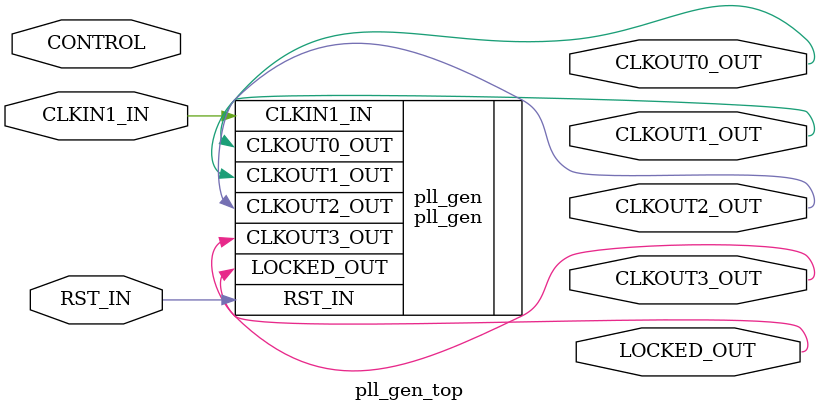
<source format=v>
`timescale 1ns / 1ps
module pll_gen_top(
    
	      input  CLKIN1_IN , 
         input  RST_IN , 
		   inout [35:0] CONTROL,
         output  CLKOUT0_OUT, 
         output  CLKOUT1_OUT, 
         output  CLKOUT2_OUT, 
         output  CLKOUT3_OUT, 
         output  LOCKED_OUT
   

    );


  
  
   



  
  
  




pll_gen    pll_gen  (

                 .CLKIN1_IN(CLKIN1_IN), 
                 .RST_IN(RST_IN), 
                 .CLKOUT0_OUT(CLKOUT0_OUT), 
                 .CLKOUT1_OUT(CLKOUT1_OUT), 
                 .CLKOUT2_OUT(CLKOUT2_OUT), 
                 .CLKOUT3_OUT(CLKOUT3_OUT), 
                 .LOCKED_OUT(LOCKED_OUT)



    );













endmodule

</source>
